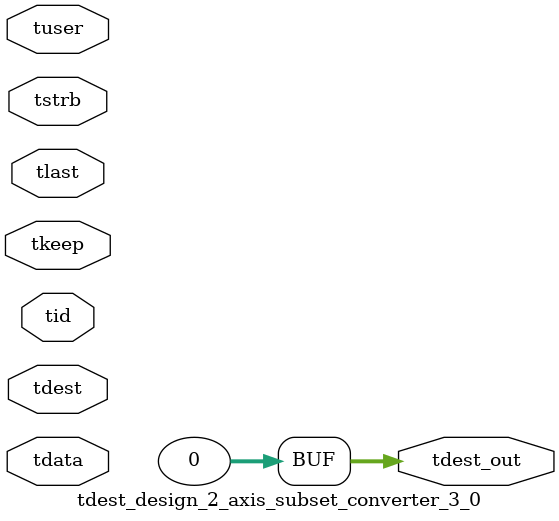
<source format=v>


`timescale 1ps/1ps

module tdest_design_2_axis_subset_converter_3_0 #
(
parameter C_S_AXIS_TDATA_WIDTH = 32,
parameter C_S_AXIS_TUSER_WIDTH = 0,
parameter C_S_AXIS_TID_WIDTH   = 0,
parameter C_S_AXIS_TDEST_WIDTH = 0,
parameter C_M_AXIS_TDEST_WIDTH = 32
)
(
input  [(C_S_AXIS_TDATA_WIDTH == 0 ? 1 : C_S_AXIS_TDATA_WIDTH)-1:0     ] tdata,
input  [(C_S_AXIS_TUSER_WIDTH == 0 ? 1 : C_S_AXIS_TUSER_WIDTH)-1:0     ] tuser,
input  [(C_S_AXIS_TID_WIDTH   == 0 ? 1 : C_S_AXIS_TID_WIDTH)-1:0       ] tid,
input  [(C_S_AXIS_TDEST_WIDTH == 0 ? 1 : C_S_AXIS_TDEST_WIDTH)-1:0     ] tdest,
input  [(C_S_AXIS_TDATA_WIDTH/8)-1:0 ] tkeep,
input  [(C_S_AXIS_TDATA_WIDTH/8)-1:0 ] tstrb,
input                                                                    tlast,
output [C_M_AXIS_TDEST_WIDTH-1:0] tdest_out
);

assign tdest_out = {1'b0};

endmodule


</source>
